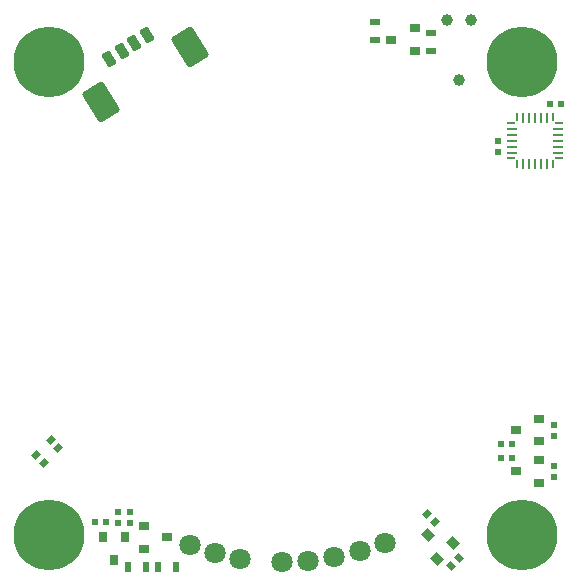
<source format=gbs>
G04 #@! TF.GenerationSoftware,KiCad,Pcbnew,6.0.0-d3dd2cf0fa~116~ubuntu20.04.1*
G04 #@! TF.CreationDate,2022-01-19T00:51:47+01:00*
G04 #@! TF.ProjectId,lensmount,6c656e73-6d6f-4756-9e74-2e6b69636164,rev?*
G04 #@! TF.SameCoordinates,Original*
G04 #@! TF.FileFunction,Soldermask,Bot*
G04 #@! TF.FilePolarity,Negative*
%FSLAX46Y46*%
G04 Gerber Fmt 4.6, Leading zero omitted, Abs format (unit mm)*
G04 Created by KiCad (PCBNEW 6.0.0-d3dd2cf0fa~116~ubuntu20.04.1) date 2022-01-19 00:51:47*
%MOMM*%
%LPD*%
G01*
G04 APERTURE LIST*
G04 Aperture macros list*
%AMRoundRect*
0 Rectangle with rounded corners*
0 $1 Rounding radius*
0 $2 $3 $4 $5 $6 $7 $8 $9 X,Y pos of 4 corners*
0 Add a 4 corners polygon primitive as box body*
4,1,4,$2,$3,$4,$5,$6,$7,$8,$9,$2,$3,0*
0 Add four circle primitives for the rounded corners*
1,1,$1+$1,$2,$3*
1,1,$1+$1,$4,$5*
1,1,$1+$1,$6,$7*
1,1,$1+$1,$8,$9*
0 Add four rect primitives between the rounded corners*
20,1,$1+$1,$2,$3,$4,$5,0*
20,1,$1+$1,$4,$5,$6,$7,0*
20,1,$1+$1,$6,$7,$8,$9,0*
20,1,$1+$1,$8,$9,$2,$3,0*%
%AMRotRect*
0 Rectangle, with rotation*
0 The origin of the aperture is its center*
0 $1 length*
0 $2 width*
0 $3 Rotation angle, in degrees counterclockwise*
0 Add horizontal line*
21,1,$1,$2,0,0,$3*%
%AMFreePoly0*
4,1,17,0.053642,0.377500,0.080000,0.377500,0.111820,0.364320,0.125000,0.332500,0.125000,-0.332500,0.111820,-0.364320,0.080000,-0.377500,-0.080000,-0.377500,-0.111820,-0.364320,-0.125000,-0.332500,-0.125000,0.198860,-0.111820,0.230680,0.021819,0.364318,0.021820,0.364320,0.031140,0.368181,0.053640,0.377501,0.053642,0.377500,0.053642,0.377500,$1*%
%AMFreePoly1*
4,1,17,-0.021820,0.364320,0.111818,0.230681,0.111820,0.230680,0.111820,0.230679,0.125001,0.198860,0.125000,0.198858,0.125000,-0.332500,0.111820,-0.364320,0.080000,-0.377500,-0.080000,-0.377500,-0.111820,-0.364320,-0.125000,-0.332500,-0.125000,0.332500,-0.111820,0.364320,-0.080000,0.377500,-0.053640,0.377500,-0.021820,0.364320,-0.021820,0.364320,$1*%
%AMFreePoly2*
4,1,17,0.364320,0.111820,0.377500,0.080000,0.377500,-0.080000,0.364320,-0.111820,0.332500,-0.125000,-0.198858,-0.125000,-0.198860,-0.125001,-0.221360,-0.115681,-0.230680,-0.111820,-0.230681,-0.111818,-0.364320,0.021820,-0.377500,0.053640,-0.377500,0.080000,-0.364320,0.111820,-0.332500,0.125000,0.332500,0.125000,0.364320,0.111820,0.364320,0.111820,$1*%
%AMFreePoly3*
4,1,17,-0.198858,0.125000,0.332500,0.125000,0.364320,0.111820,0.377500,0.080000,0.377500,-0.080000,0.364320,-0.111820,0.332500,-0.125000,-0.332500,-0.125000,-0.364320,-0.111820,-0.377500,-0.080000,-0.377500,-0.053640,-0.364320,-0.021820,-0.230681,0.111818,-0.230680,0.111820,-0.221360,0.115681,-0.198860,0.125001,-0.198858,0.125000,-0.198858,0.125000,$1*%
%AMFreePoly4*
4,1,17,0.111820,0.364320,0.125000,0.332500,0.125000,-0.198858,0.125001,-0.198860,0.115681,-0.221360,0.111820,-0.230680,0.111818,-0.230681,-0.021820,-0.364320,-0.053640,-0.377500,-0.080000,-0.377500,-0.111820,-0.364320,-0.125000,-0.332500,-0.125000,0.332500,-0.111820,0.364320,-0.080000,0.377500,0.080000,0.377500,0.111820,0.364320,0.111820,0.364320,$1*%
%AMFreePoly5*
4,1,17,0.111820,0.364320,0.125000,0.332500,0.125000,-0.332500,0.111820,-0.364320,0.080000,-0.377500,0.053642,-0.377500,0.053640,-0.377501,0.031140,-0.368181,0.021820,-0.364320,0.021819,-0.364318,-0.111820,-0.230680,-0.125000,-0.198860,-0.125000,0.332500,-0.111820,0.364320,-0.080000,0.377500,0.080000,0.377500,0.111820,0.364320,0.111820,0.364320,$1*%
%AMFreePoly6*
4,1,17,0.230680,0.111820,0.364318,-0.021819,0.364320,-0.021820,0.364320,-0.021821,0.377501,-0.053640,0.377500,-0.053642,0.377500,-0.080000,0.364320,-0.111820,0.332500,-0.125000,-0.332500,-0.125000,-0.364320,-0.111820,-0.377500,-0.080000,-0.377500,0.080000,-0.364320,0.111820,-0.332500,0.125000,0.198860,0.125000,0.230680,0.111820,0.230680,0.111820,$1*%
%AMFreePoly7*
4,1,17,0.364320,0.111820,0.377500,0.080000,0.377500,0.053642,0.377501,0.053640,0.369779,0.035000,0.364320,0.021820,0.364318,0.021819,0.230680,-0.111820,0.198860,-0.125000,-0.332500,-0.125000,-0.364320,-0.111820,-0.377500,-0.080000,-0.377500,0.080000,-0.364320,0.111820,-0.332500,0.125000,0.332500,0.125000,0.364320,0.111820,0.364320,0.111820,$1*%
G04 Aperture macros list end*
%ADD10FreePoly0,180.000000*%
%ADD11RoundRect,0.062500X0.062500X0.375000X-0.062500X0.375000X-0.062500X-0.375000X0.062500X-0.375000X0*%
%ADD12FreePoly1,180.000000*%
%ADD13FreePoly2,180.000000*%
%ADD14RoundRect,0.062500X0.375000X0.062500X-0.375000X0.062500X-0.375000X-0.062500X0.375000X-0.062500X0*%
%ADD15FreePoly3,180.000000*%
%ADD16FreePoly4,180.000000*%
%ADD17FreePoly5,180.000000*%
%ADD18FreePoly6,180.000000*%
%ADD19FreePoly7,180.000000*%
%ADD20C,0.800000*%
%ADD21C,6.000000*%
%ADD22RoundRect,0.250001X0.016039X1.483994X-1.340836X0.636124X-0.016039X-1.483994X1.340836X-0.636124X0*%
%ADD23RoundRect,0.200000X-0.068854X0.487605X-0.408073X0.275638X0.068854X-0.487605X0.408073X-0.275638X0*%
%ADD24RotRect,0.500000X0.600000X135.000000*%
%ADD25R,0.500000X0.600000*%
%ADD26R,0.600000X0.500000*%
%ADD27R,0.800000X0.900000*%
%ADD28R,0.900000X0.800000*%
%ADD29RotRect,0.500000X0.600000X315.000000*%
%ADD30RotRect,0.500000X0.600000X225.000000*%
%ADD31RotRect,0.900000X0.800000X135.000000*%
%ADD32C,0.985520*%
%ADD33C,0.988060*%
%ADD34R,0.600000X0.900000*%
%ADD35R,0.900000X0.600000*%
%ADD36C,1.800000*%
G04 APERTURE END LIST*
D10*
X122625000Y-84627500D03*
D11*
X122125000Y-84687500D03*
X121625000Y-84687500D03*
X121125000Y-84687500D03*
X120625000Y-84687500D03*
X120125000Y-84687500D03*
D12*
X119625000Y-84627500D03*
D13*
X119127500Y-85125000D03*
D14*
X119187500Y-85625000D03*
X119187500Y-86125000D03*
X119187500Y-86625000D03*
X119187500Y-87125000D03*
X119187500Y-87625000D03*
D15*
X119127500Y-88125000D03*
D16*
X119625000Y-88622500D03*
D11*
X120125000Y-88562500D03*
X120625000Y-88562500D03*
X121125000Y-88562500D03*
X121625000Y-88562500D03*
X122125000Y-88562500D03*
D17*
X122625000Y-88622500D03*
D18*
X123122500Y-88125000D03*
D14*
X123062500Y-87625000D03*
X123062500Y-87125000D03*
X123062500Y-86625000D03*
X123062500Y-86125000D03*
X123062500Y-85625000D03*
D19*
X123122500Y-85125000D03*
D20*
X121590990Y-118409010D03*
X120000000Y-117750000D03*
X118409010Y-118409010D03*
X117750000Y-120000000D03*
X118409010Y-121590990D03*
X120000000Y-122250000D03*
X121590990Y-121590990D03*
X122250000Y-120000000D03*
D21*
X120000000Y-120000000D03*
D20*
X121590990Y-78409010D03*
X120000000Y-77750000D03*
X118409010Y-78409010D03*
X117750000Y-80000000D03*
X118409010Y-81590990D03*
X120000000Y-82250000D03*
X121590990Y-81590990D03*
X122250000Y-80000000D03*
D21*
X120000000Y-80000000D03*
D20*
X81590990Y-118409010D03*
X80000000Y-117750000D03*
X78409010Y-118409010D03*
X77750000Y-120000000D03*
X78409010Y-121590990D03*
X80000000Y-122250000D03*
X81590990Y-121590990D03*
X82250000Y-120000000D03*
D21*
X80000000Y-120000000D03*
D20*
X81590990Y-78409010D03*
X80000000Y-77750000D03*
X78409010Y-78409010D03*
X77750000Y-80000000D03*
X78409010Y-81590990D03*
X80000000Y-82250000D03*
X81590990Y-81590990D03*
X82250000Y-80000000D03*
D21*
X80000000Y-80000000D03*
D22*
X84392266Y-83366965D03*
X91897492Y-78677179D03*
D23*
X85097511Y-79683539D03*
X86157571Y-79021139D03*
X87217631Y-78358740D03*
X88277691Y-77696341D03*
D24*
X78917660Y-113217660D03*
X79582340Y-113882340D03*
D25*
X83880000Y-118900000D03*
X84820000Y-118900000D03*
D24*
X80117660Y-111942660D03*
X80782340Y-112607340D03*
D26*
X86850000Y-118970000D03*
X86850000Y-118030000D03*
D27*
X85500000Y-122150000D03*
X86450000Y-120150000D03*
X84550000Y-120150000D03*
D28*
X90000000Y-120200000D03*
X88000000Y-119250000D03*
X88000000Y-121150000D03*
X108965901Y-78071967D03*
X110965901Y-79021967D03*
X110965901Y-77121967D03*
D26*
X85800000Y-118970000D03*
X85800000Y-118030000D03*
D25*
X119195000Y-112275000D03*
X118255000Y-112275000D03*
D29*
X112692695Y-118935284D03*
X112028015Y-118270604D03*
D25*
X119195000Y-113475000D03*
X118255000Y-113475000D03*
D26*
X122700000Y-111620000D03*
X122700000Y-110680000D03*
D30*
X113992660Y-122607340D03*
X114657340Y-121942660D03*
D26*
X122700000Y-115120000D03*
X122700000Y-114180000D03*
D28*
X119500000Y-111125000D03*
X121500000Y-112075000D03*
X121500000Y-110175000D03*
D31*
X112095190Y-119964124D03*
X112837652Y-122050089D03*
X114181155Y-120706586D03*
D28*
X119500000Y-114625000D03*
X121500000Y-115575000D03*
X121500000Y-113675000D03*
D32*
X115691000Y-76385000D03*
X113659000Y-76385000D03*
D33*
X114675000Y-81465000D03*
D34*
X88200000Y-122700000D03*
X86700000Y-122700000D03*
X90750000Y-122700000D03*
X89250000Y-122700000D03*
D35*
X112299353Y-77525000D03*
X112299353Y-79025000D03*
X107600000Y-76575000D03*
X107600000Y-78075000D03*
D25*
X122430000Y-83500000D03*
X123370000Y-83500000D03*
D26*
X118000000Y-87620000D03*
X118000000Y-86680000D03*
D36*
X101900000Y-122200000D03*
X104125000Y-121875000D03*
X99700000Y-122325000D03*
X106275000Y-121400000D03*
X96175000Y-122000000D03*
X108425000Y-120650000D03*
X94000000Y-121500000D03*
X91900000Y-120850000D03*
M02*

</source>
